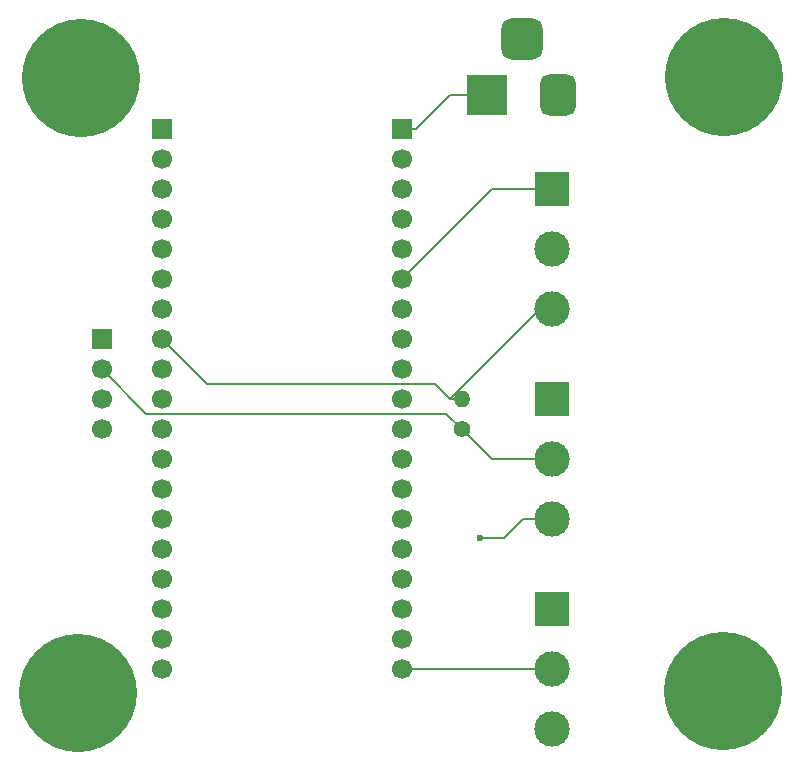
<source format=gbr>
%TF.GenerationSoftware,KiCad,Pcbnew,9.0.1*%
%TF.CreationDate,2025-05-10T14:37:29+02:00*%
%TF.ProjectId,fridge_temp_design,66726964-6765-45f7-9465-6d705f646573,rev?*%
%TF.SameCoordinates,Original*%
%TF.FileFunction,Copper,L1,Top*%
%TF.FilePolarity,Positive*%
%FSLAX46Y46*%
G04 Gerber Fmt 4.6, Leading zero omitted, Abs format (unit mm)*
G04 Created by KiCad (PCBNEW 9.0.1) date 2025-05-10 14:37:29*
%MOMM*%
%LPD*%
G01*
G04 APERTURE LIST*
G04 Aperture macros list*
%AMRoundRect*
0 Rectangle with rounded corners*
0 $1 Rounding radius*
0 $2 $3 $4 $5 $6 $7 $8 $9 X,Y pos of 4 corners*
0 Add a 4 corners polygon primitive as box body*
4,1,4,$2,$3,$4,$5,$6,$7,$8,$9,$2,$3,0*
0 Add four circle primitives for the rounded corners*
1,1,$1+$1,$2,$3*
1,1,$1+$1,$4,$5*
1,1,$1+$1,$6,$7*
1,1,$1+$1,$8,$9*
0 Add four rect primitives between the rounded corners*
20,1,$1+$1,$2,$3,$4,$5,0*
20,1,$1+$1,$4,$5,$6,$7,0*
20,1,$1+$1,$6,$7,$8,$9,0*
20,1,$1+$1,$8,$9,$2,$3,0*%
G04 Aperture macros list end*
%TA.AperFunction,ComponentPad*%
%ADD10C,1.700000*%
%TD*%
%TA.AperFunction,ComponentPad*%
%ADD11R,1.700000X1.700000*%
%TD*%
%TA.AperFunction,ComponentPad*%
%ADD12C,10.000000*%
%TD*%
%TA.AperFunction,ComponentPad*%
%ADD13O,1.400000X1.400000*%
%TD*%
%TA.AperFunction,ComponentPad*%
%ADD14C,1.400000*%
%TD*%
%TA.AperFunction,ComponentPad*%
%ADD15R,3.000000X3.000000*%
%TD*%
%TA.AperFunction,ComponentPad*%
%ADD16C,3.000000*%
%TD*%
%TA.AperFunction,ComponentPad*%
%ADD17R,3.500000X3.500000*%
%TD*%
%TA.AperFunction,ComponentPad*%
%ADD18RoundRect,0.750000X0.750000X1.000000X-0.750000X1.000000X-0.750000X-1.000000X0.750000X-1.000000X0*%
%TD*%
%TA.AperFunction,ComponentPad*%
%ADD19RoundRect,0.875000X0.875000X0.875000X-0.875000X0.875000X-0.875000X-0.875000X0.875000X-0.875000X0*%
%TD*%
%TA.AperFunction,ViaPad*%
%ADD20C,0.600000*%
%TD*%
%TA.AperFunction,Conductor*%
%ADD21C,0.200000*%
%TD*%
G04 APERTURE END LIST*
D10*
%TO.P,J7,4,Pin_4*%
%TO.N,Net-(J2-Pin_14)*%
X129540000Y-91440000D03*
%TO.P,J7,3,Pin_3*%
%TO.N,Net-(J2-Pin_17)*%
X129540000Y-88900000D03*
%TO.P,J7,2,Pin_2*%
%TO.N,Net-(J1-Pin_19)*%
X129540000Y-86360000D03*
D11*
%TO.P,J7,1,Pin_1*%
%TO.N,Net-(J2-Pin_13)*%
X129540000Y-83820000D03*
%TD*%
D12*
%TO.P,Bottom_Left,1*%
%TO.N,N/C*%
X127510000Y-113740000D03*
%TD*%
%TO.P,Bottom_Right,1*%
%TO.N,N/C*%
X182130000Y-113640000D03*
%TD*%
%TO.P,Top_Right,1*%
%TO.N,N/C*%
X182150000Y-61620000D03*
%TD*%
%TO.P,Top_Left,1*%
%TO.N,N/C*%
X127720000Y-61700000D03*
%TD*%
D13*
%TO.P,R1,2*%
%TO.N,Net-(J2-Pin_8)*%
X160020000Y-88900000D03*
D14*
%TO.P,R1,1*%
%TO.N,Net-(J1-Pin_19)*%
X160020000Y-91440000D03*
%TD*%
D15*
%TO.P,J4,1,Pin_1*%
%TO.N,Net-(J1-Pin_6)*%
X167640000Y-88900000D03*
D16*
%TO.P,J4,2,Pin_2*%
%TO.N,Net-(J1-Pin_19)*%
X167640000Y-93980000D03*
%TO.P,J4,3,Pin_3*%
%TO.N,Net-(J2-Pin_8)*%
X167640000Y-99060000D03*
%TD*%
D15*
%TO.P,J5,1,Pin_1*%
%TO.N,Net-(J1-Pin_6)*%
X167640000Y-106680000D03*
D16*
%TO.P,J5,2,Pin_2*%
%TO.N,Net-(J1-Pin_19)*%
X167640000Y-111760000D03*
%TO.P,J5,3,Pin_3*%
%TO.N,Net-(J2-Pin_8)*%
X167640000Y-116840000D03*
%TD*%
D15*
%TO.P,J3,1,Pin_1*%
%TO.N,Net-(J1-Pin_6)*%
X167640000Y-71120000D03*
D16*
%TO.P,J3,2,Pin_2*%
%TO.N,Net-(J1-Pin_19)*%
X167640000Y-76200000D03*
%TO.P,J3,3,Pin_3*%
%TO.N,Net-(J2-Pin_8)*%
X167640000Y-81280000D03*
%TD*%
D11*
%TO.P,J2,1,Pin_1*%
%TO.N,unconnected-(J2-Pin_1-Pad1)*%
X134620000Y-66040000D03*
D10*
%TO.P,J2,2,Pin_2*%
%TO.N,unconnected-(J2-Pin_2-Pad2)*%
X134620000Y-68580000D03*
%TO.P,J2,3,Pin_3*%
%TO.N,unconnected-(J2-Pin_3-Pad3)*%
X134620000Y-71120000D03*
%TO.P,J2,4,Pin_4*%
%TO.N,unconnected-(J2-Pin_4-Pad4)*%
X134620000Y-73660000D03*
%TO.P,J2,5,Pin_5*%
%TO.N,unconnected-(J2-Pin_5-Pad5)*%
X134620000Y-76200000D03*
%TO.P,J2,6,Pin_6*%
%TO.N,unconnected-(J2-Pin_6-Pad6)*%
X134620000Y-78740000D03*
%TO.P,J2,7,Pin_7*%
%TO.N,unconnected-(J2-Pin_7-Pad7)*%
X134620000Y-81280000D03*
%TO.P,J2,8,Pin_8*%
%TO.N,Net-(J2-Pin_8)*%
X134620000Y-83820000D03*
%TO.P,J2,9,Pin_9*%
%TO.N,unconnected-(J2-Pin_9-Pad9)*%
X134620000Y-86360000D03*
%TO.P,J2,10,Pin_10*%
%TO.N,unconnected-(J2-Pin_10-Pad10)*%
X134620000Y-88900000D03*
%TO.P,J2,11,Pin_11*%
%TO.N,unconnected-(J2-Pin_11-Pad11)*%
X134620000Y-91440000D03*
%TO.P,J2,12,Pin_12*%
%TO.N,unconnected-(J2-Pin_12-Pad12)*%
X134620000Y-93980000D03*
%TO.P,J2,13,Pin_13*%
%TO.N,Net-(J2-Pin_13)*%
X134620000Y-96520000D03*
%TO.P,J2,14,Pin_14*%
%TO.N,Net-(J2-Pin_14)*%
X134620000Y-99060000D03*
%TO.P,J2,15,Pin_15*%
%TO.N,unconnected-(J2-Pin_15-Pad15)*%
X134620000Y-101600000D03*
%TO.P,J2,16,Pin_16*%
%TO.N,unconnected-(J2-Pin_16-Pad16)*%
X134620000Y-104140000D03*
%TO.P,J2,17,Pin_17*%
%TO.N,Net-(J2-Pin_17)*%
X134620000Y-106680000D03*
%TO.P,J2,18,Pin_18*%
%TO.N,unconnected-(J2-Pin_18-Pad18)*%
X134620000Y-109220000D03*
%TO.P,J2,19,Pin_19*%
%TO.N,unconnected-(J2-Pin_19-Pad19)*%
X134620000Y-111760000D03*
%TD*%
D11*
%TO.P,J1,1,Pin_1*%
%TO.N,Net-(J1-Pin_1)*%
X154940000Y-66040000D03*
D10*
%TO.P,J1,2,Pin_2*%
%TO.N,unconnected-(J1-Pin_2-Pad2)*%
X154940000Y-68580000D03*
%TO.P,J1,3,Pin_3*%
%TO.N,unconnected-(J1-Pin_3-Pad3)*%
X154940000Y-71120000D03*
%TO.P,J1,4,Pin_4*%
%TO.N,unconnected-(J1-Pin_4-Pad4)*%
X154940000Y-73660000D03*
%TO.P,J1,5,Pin_5*%
%TO.N,unconnected-(J1-Pin_5-Pad5)*%
X154940000Y-76200000D03*
%TO.P,J1,6,Pin_6*%
%TO.N,Net-(J1-Pin_6)*%
X154940000Y-78740000D03*
%TO.P,J1,7,Pin_7*%
%TO.N,unconnected-(J1-Pin_7-Pad7)*%
X154940000Y-81280000D03*
%TO.P,J1,8,Pin_8*%
%TO.N,unconnected-(J1-Pin_8-Pad8)*%
X154940000Y-83820000D03*
%TO.P,J1,9,Pin_9*%
%TO.N,unconnected-(J1-Pin_9-Pad9)*%
X154940000Y-86360000D03*
%TO.P,J1,10,Pin_10*%
%TO.N,unconnected-(J1-Pin_10-Pad10)*%
X154940000Y-88900000D03*
%TO.P,J1,11,Pin_11*%
%TO.N,unconnected-(J1-Pin_11-Pad11)*%
X154940000Y-91440000D03*
%TO.P,J1,12,Pin_12*%
%TO.N,unconnected-(J1-Pin_12-Pad12)*%
X154940000Y-93980000D03*
%TO.P,J1,13,Pin_13*%
%TO.N,unconnected-(J1-Pin_13-Pad13)*%
X154940000Y-96520000D03*
%TO.P,J1,14,Pin_14*%
%TO.N,unconnected-(J1-Pin_14-Pad14)*%
X154940000Y-99060000D03*
%TO.P,J1,15,Pin_15*%
%TO.N,unconnected-(J1-Pin_15-Pad15)*%
X154940000Y-101600000D03*
%TO.P,J1,16,Pin_16*%
%TO.N,unconnected-(J1-Pin_16-Pad16)*%
X154940000Y-104140000D03*
%TO.P,J1,17,Pin_17*%
%TO.N,unconnected-(J1-Pin_17-Pad17)*%
X154940000Y-106680000D03*
%TO.P,J1,18,Pin_18*%
%TO.N,unconnected-(J1-Pin_18-Pad18)*%
X154940000Y-109220000D03*
%TO.P,J1,19,Pin_19*%
%TO.N,Net-(J1-Pin_19)*%
X154940000Y-111760000D03*
%TD*%
D17*
%TO.P,J6,1*%
%TO.N,Net-(J1-Pin_1)*%
X162100000Y-63120000D03*
D18*
%TO.P,J6,2*%
%TO.N,Net-(J1-Pin_6)*%
X168100000Y-63120000D03*
D19*
%TO.P,J6,3*%
%TO.N,unconnected-(J6-Pad3)*%
X165100000Y-58420000D03*
%TD*%
D20*
%TO.N,Net-(J2-Pin_8)*%
X161559800Y-100659200D03*
%TD*%
D21*
%TO.N,Net-(J2-Pin_8)*%
X163580000Y-100659200D02*
X161559800Y-100659200D01*
X165179200Y-99060000D02*
X163580000Y-100659200D01*
X167640000Y-99060000D02*
X165179200Y-99060000D01*
%TO.N,Net-(J1-Pin_1)*%
X159011700Y-63120000D02*
X156091700Y-66040000D01*
X162100000Y-63120000D02*
X159011700Y-63120000D01*
X154940000Y-66040000D02*
X156091700Y-66040000D01*
%TO.N,Net-(J2-Pin_8)*%
X160020000Y-88900000D02*
X159018300Y-88900000D01*
X157748300Y-87630000D02*
X159018300Y-88900000D01*
X138430000Y-87630000D02*
X157748300Y-87630000D01*
X134620000Y-83820000D02*
X138430000Y-87630000D01*
X166638300Y-81280000D02*
X167640000Y-81280000D01*
X159018300Y-88900000D02*
X166638300Y-81280000D01*
%TO.N,Net-(J1-Pin_6)*%
X162560000Y-71120000D02*
X167640000Y-71120000D01*
X154940000Y-78740000D02*
X162560000Y-71120000D01*
%TO.N,Net-(J1-Pin_19)*%
X154940000Y-111760000D02*
X167640000Y-111760000D01*
X162560000Y-93980000D02*
X160020000Y-91440000D01*
X167640000Y-93980000D02*
X162560000Y-93980000D01*
X158690000Y-90110000D02*
X160020000Y-91440000D01*
X133290000Y-90110000D02*
X158690000Y-90110000D01*
X129540000Y-86360000D02*
X133290000Y-90110000D01*
%TD*%
M02*

</source>
